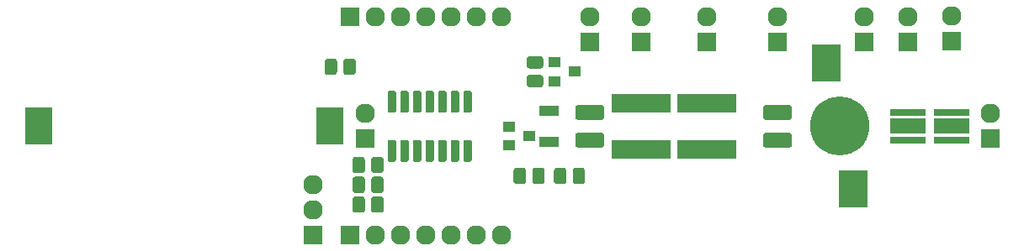
<source format=gbr>
G04 #@! TF.GenerationSoftware,KiCad,Pcbnew,(5.1.2)-2*
G04 #@! TF.CreationDate,2020-04-06T22:20:43-04:00*
G04 #@! TF.ProjectId,led_everled,6c65645f-6576-4657-926c-65642e6b6963,rev?*
G04 #@! TF.SameCoordinates,Original*
G04 #@! TF.FileFunction,Soldermask,Top*
G04 #@! TF.FilePolarity,Negative*
%FSLAX46Y46*%
G04 Gerber Fmt 4.6, Leading zero omitted, Abs format (unit mm)*
G04 Created by KiCad (PCBNEW (5.1.2)-2) date 2020-04-06 22:20:43*
%MOMM*%
%LPD*%
G04 APERTURE LIST*
%ADD10R,2.960000X3.760000*%
%ADD11C,5.960000*%
%ADD12C,0.100000*%
%ADD13C,1.510000*%
%ADD14R,3.560000X0.760000*%
%ADD15R,3.560000X1.560000*%
%ADD16O,1.960000X1.960000*%
%ADD17R,1.960000X1.960000*%
%ADD18R,5.960000X1.860000*%
%ADD19R,1.160000X1.060000*%
%ADD20C,1.235000*%
%ADD21R,2.800000X3.770000*%
%ADD22R,0.510000X1.010000*%
%ADD23C,0.860000*%
G04 APERTURE END LIST*
D10*
X134950000Y-80650000D03*
X137650000Y-93350000D03*
D11*
X136300000Y-87000000D03*
D12*
G36*
X131182601Y-87646454D02*
G01*
X131211917Y-87650803D01*
X131240666Y-87658004D01*
X131268570Y-87667988D01*
X131295362Y-87680660D01*
X131320782Y-87695896D01*
X131344587Y-87713551D01*
X131366546Y-87733454D01*
X131386449Y-87755413D01*
X131404104Y-87779218D01*
X131419340Y-87804638D01*
X131432012Y-87831430D01*
X131441996Y-87859334D01*
X131449197Y-87888083D01*
X131453546Y-87917399D01*
X131455000Y-87947000D01*
X131455000Y-88853000D01*
X131453546Y-88882601D01*
X131449197Y-88911917D01*
X131441996Y-88940666D01*
X131432012Y-88968570D01*
X131419340Y-88995362D01*
X131404104Y-89020782D01*
X131386449Y-89044587D01*
X131366546Y-89066546D01*
X131344587Y-89086449D01*
X131320782Y-89104104D01*
X131295362Y-89119340D01*
X131268570Y-89132012D01*
X131240666Y-89141996D01*
X131211917Y-89149197D01*
X131182601Y-89153546D01*
X131153000Y-89155000D01*
X128847000Y-89155000D01*
X128817399Y-89153546D01*
X128788083Y-89149197D01*
X128759334Y-89141996D01*
X128731430Y-89132012D01*
X128704638Y-89119340D01*
X128679218Y-89104104D01*
X128655413Y-89086449D01*
X128633454Y-89066546D01*
X128613551Y-89044587D01*
X128595896Y-89020782D01*
X128580660Y-88995362D01*
X128567988Y-88968570D01*
X128558004Y-88940666D01*
X128550803Y-88911917D01*
X128546454Y-88882601D01*
X128545000Y-88853000D01*
X128545000Y-87947000D01*
X128546454Y-87917399D01*
X128550803Y-87888083D01*
X128558004Y-87859334D01*
X128567988Y-87831430D01*
X128580660Y-87804638D01*
X128595896Y-87779218D01*
X128613551Y-87755413D01*
X128633454Y-87733454D01*
X128655413Y-87713551D01*
X128679218Y-87695896D01*
X128704638Y-87680660D01*
X128731430Y-87667988D01*
X128759334Y-87658004D01*
X128788083Y-87650803D01*
X128817399Y-87646454D01*
X128847000Y-87645000D01*
X131153000Y-87645000D01*
X131182601Y-87646454D01*
X131182601Y-87646454D01*
G37*
D13*
X130000000Y-88400000D03*
D12*
G36*
X131182601Y-84846454D02*
G01*
X131211917Y-84850803D01*
X131240666Y-84858004D01*
X131268570Y-84867988D01*
X131295362Y-84880660D01*
X131320782Y-84895896D01*
X131344587Y-84913551D01*
X131366546Y-84933454D01*
X131386449Y-84955413D01*
X131404104Y-84979218D01*
X131419340Y-85004638D01*
X131432012Y-85031430D01*
X131441996Y-85059334D01*
X131449197Y-85088083D01*
X131453546Y-85117399D01*
X131455000Y-85147000D01*
X131455000Y-86053000D01*
X131453546Y-86082601D01*
X131449197Y-86111917D01*
X131441996Y-86140666D01*
X131432012Y-86168570D01*
X131419340Y-86195362D01*
X131404104Y-86220782D01*
X131386449Y-86244587D01*
X131366546Y-86266546D01*
X131344587Y-86286449D01*
X131320782Y-86304104D01*
X131295362Y-86319340D01*
X131268570Y-86332012D01*
X131240666Y-86341996D01*
X131211917Y-86349197D01*
X131182601Y-86353546D01*
X131153000Y-86355000D01*
X128847000Y-86355000D01*
X128817399Y-86353546D01*
X128788083Y-86349197D01*
X128759334Y-86341996D01*
X128731430Y-86332012D01*
X128704638Y-86319340D01*
X128679218Y-86304104D01*
X128655413Y-86286449D01*
X128633454Y-86266546D01*
X128613551Y-86244587D01*
X128595896Y-86220782D01*
X128580660Y-86195362D01*
X128567988Y-86168570D01*
X128558004Y-86140666D01*
X128550803Y-86111917D01*
X128546454Y-86082601D01*
X128545000Y-86053000D01*
X128545000Y-85147000D01*
X128546454Y-85117399D01*
X128550803Y-85088083D01*
X128558004Y-85059334D01*
X128567988Y-85031430D01*
X128580660Y-85004638D01*
X128595896Y-84979218D01*
X128613551Y-84955413D01*
X128633454Y-84933454D01*
X128655413Y-84913551D01*
X128679218Y-84895896D01*
X128704638Y-84880660D01*
X128731430Y-84867988D01*
X128759334Y-84858004D01*
X128788083Y-84850803D01*
X128817399Y-84846454D01*
X128847000Y-84845000D01*
X131153000Y-84845000D01*
X131182601Y-84846454D01*
X131182601Y-84846454D01*
G37*
D13*
X130000000Y-85600000D03*
D14*
X143100000Y-85600000D03*
X143100000Y-88400000D03*
D15*
X143100000Y-87000000D03*
X147500000Y-87000000D03*
D14*
X147500000Y-88400000D03*
X147500000Y-85600000D03*
D16*
X138700000Y-75960000D03*
D17*
X138700000Y-78500000D03*
D16*
X130000000Y-75960000D03*
D17*
X130000000Y-78500000D03*
X143100000Y-78500000D03*
D16*
X143100000Y-75960000D03*
D17*
X147500000Y-78400000D03*
D16*
X147500000Y-75860000D03*
D17*
X111100000Y-78500000D03*
D16*
X111100000Y-75960000D03*
X116300000Y-75960000D03*
D17*
X116300000Y-78500000D03*
X122900000Y-78500000D03*
D16*
X122900000Y-75960000D03*
D18*
X122900000Y-89350000D03*
X122900000Y-84650000D03*
D12*
G36*
X112282601Y-87646454D02*
G01*
X112311917Y-87650803D01*
X112340666Y-87658004D01*
X112368570Y-87667988D01*
X112395362Y-87680660D01*
X112420782Y-87695896D01*
X112444587Y-87713551D01*
X112466546Y-87733454D01*
X112486449Y-87755413D01*
X112504104Y-87779218D01*
X112519340Y-87804638D01*
X112532012Y-87831430D01*
X112541996Y-87859334D01*
X112549197Y-87888083D01*
X112553546Y-87917399D01*
X112555000Y-87947000D01*
X112555000Y-88853000D01*
X112553546Y-88882601D01*
X112549197Y-88911917D01*
X112541996Y-88940666D01*
X112532012Y-88968570D01*
X112519340Y-88995362D01*
X112504104Y-89020782D01*
X112486449Y-89044587D01*
X112466546Y-89066546D01*
X112444587Y-89086449D01*
X112420782Y-89104104D01*
X112395362Y-89119340D01*
X112368570Y-89132012D01*
X112340666Y-89141996D01*
X112311917Y-89149197D01*
X112282601Y-89153546D01*
X112253000Y-89155000D01*
X109947000Y-89155000D01*
X109917399Y-89153546D01*
X109888083Y-89149197D01*
X109859334Y-89141996D01*
X109831430Y-89132012D01*
X109804638Y-89119340D01*
X109779218Y-89104104D01*
X109755413Y-89086449D01*
X109733454Y-89066546D01*
X109713551Y-89044587D01*
X109695896Y-89020782D01*
X109680660Y-88995362D01*
X109667988Y-88968570D01*
X109658004Y-88940666D01*
X109650803Y-88911917D01*
X109646454Y-88882601D01*
X109645000Y-88853000D01*
X109645000Y-87947000D01*
X109646454Y-87917399D01*
X109650803Y-87888083D01*
X109658004Y-87859334D01*
X109667988Y-87831430D01*
X109680660Y-87804638D01*
X109695896Y-87779218D01*
X109713551Y-87755413D01*
X109733454Y-87733454D01*
X109755413Y-87713551D01*
X109779218Y-87695896D01*
X109804638Y-87680660D01*
X109831430Y-87667988D01*
X109859334Y-87658004D01*
X109888083Y-87650803D01*
X109917399Y-87646454D01*
X109947000Y-87645000D01*
X112253000Y-87645000D01*
X112282601Y-87646454D01*
X112282601Y-87646454D01*
G37*
D13*
X111100000Y-88400000D03*
D12*
G36*
X112282601Y-84846454D02*
G01*
X112311917Y-84850803D01*
X112340666Y-84858004D01*
X112368570Y-84867988D01*
X112395362Y-84880660D01*
X112420782Y-84895896D01*
X112444587Y-84913551D01*
X112466546Y-84933454D01*
X112486449Y-84955413D01*
X112504104Y-84979218D01*
X112519340Y-85004638D01*
X112532012Y-85031430D01*
X112541996Y-85059334D01*
X112549197Y-85088083D01*
X112553546Y-85117399D01*
X112555000Y-85147000D01*
X112555000Y-86053000D01*
X112553546Y-86082601D01*
X112549197Y-86111917D01*
X112541996Y-86140666D01*
X112532012Y-86168570D01*
X112519340Y-86195362D01*
X112504104Y-86220782D01*
X112486449Y-86244587D01*
X112466546Y-86266546D01*
X112444587Y-86286449D01*
X112420782Y-86304104D01*
X112395362Y-86319340D01*
X112368570Y-86332012D01*
X112340666Y-86341996D01*
X112311917Y-86349197D01*
X112282601Y-86353546D01*
X112253000Y-86355000D01*
X109947000Y-86355000D01*
X109917399Y-86353546D01*
X109888083Y-86349197D01*
X109859334Y-86341996D01*
X109831430Y-86332012D01*
X109804638Y-86319340D01*
X109779218Y-86304104D01*
X109755413Y-86286449D01*
X109733454Y-86266546D01*
X109713551Y-86244587D01*
X109695896Y-86220782D01*
X109680660Y-86195362D01*
X109667988Y-86168570D01*
X109658004Y-86140666D01*
X109650803Y-86111917D01*
X109646454Y-86082601D01*
X109645000Y-86053000D01*
X109645000Y-85147000D01*
X109646454Y-85117399D01*
X109650803Y-85088083D01*
X109658004Y-85059334D01*
X109667988Y-85031430D01*
X109680660Y-85004638D01*
X109695896Y-84979218D01*
X109713551Y-84955413D01*
X109733454Y-84933454D01*
X109755413Y-84913551D01*
X109779218Y-84895896D01*
X109804638Y-84880660D01*
X109831430Y-84867988D01*
X109859334Y-84858004D01*
X109888083Y-84850803D01*
X109917399Y-84846454D01*
X109947000Y-84845000D01*
X112253000Y-84845000D01*
X112282601Y-84846454D01*
X112282601Y-84846454D01*
G37*
D13*
X111100000Y-85600000D03*
D18*
X116300000Y-84650000D03*
X116300000Y-89350000D03*
D19*
X107600000Y-80550000D03*
X107600000Y-82450000D03*
X109600000Y-81500000D03*
D12*
G36*
X106151513Y-79946487D02*
G01*
X106181484Y-79950933D01*
X106210875Y-79958295D01*
X106239404Y-79968502D01*
X106266794Y-79981457D01*
X106292782Y-79997034D01*
X106317119Y-80015083D01*
X106339569Y-80035431D01*
X106359917Y-80057881D01*
X106377966Y-80082218D01*
X106393543Y-80108206D01*
X106406498Y-80135596D01*
X106416705Y-80164125D01*
X106424067Y-80193516D01*
X106428513Y-80223487D01*
X106430000Y-80253750D01*
X106430000Y-80871250D01*
X106428513Y-80901513D01*
X106424067Y-80931484D01*
X106416705Y-80960875D01*
X106406498Y-80989404D01*
X106393543Y-81016794D01*
X106377966Y-81042782D01*
X106359917Y-81067119D01*
X106339569Y-81089569D01*
X106317119Y-81109917D01*
X106292782Y-81127966D01*
X106266794Y-81143543D01*
X106239404Y-81156498D01*
X106210875Y-81166705D01*
X106181484Y-81174067D01*
X106151513Y-81178513D01*
X106121250Y-81180000D01*
X105078750Y-81180000D01*
X105048487Y-81178513D01*
X105018516Y-81174067D01*
X104989125Y-81166705D01*
X104960596Y-81156498D01*
X104933206Y-81143543D01*
X104907218Y-81127966D01*
X104882881Y-81109917D01*
X104860431Y-81089569D01*
X104840083Y-81067119D01*
X104822034Y-81042782D01*
X104806457Y-81016794D01*
X104793502Y-80989404D01*
X104783295Y-80960875D01*
X104775933Y-80931484D01*
X104771487Y-80901513D01*
X104770000Y-80871250D01*
X104770000Y-80253750D01*
X104771487Y-80223487D01*
X104775933Y-80193516D01*
X104783295Y-80164125D01*
X104793502Y-80135596D01*
X104806457Y-80108206D01*
X104822034Y-80082218D01*
X104840083Y-80057881D01*
X104860431Y-80035431D01*
X104882881Y-80015083D01*
X104907218Y-79997034D01*
X104933206Y-79981457D01*
X104960596Y-79968502D01*
X104989125Y-79958295D01*
X105018516Y-79950933D01*
X105048487Y-79946487D01*
X105078750Y-79945000D01*
X106121250Y-79945000D01*
X106151513Y-79946487D01*
X106151513Y-79946487D01*
G37*
D20*
X105600000Y-80562500D03*
D12*
G36*
X106151513Y-81821487D02*
G01*
X106181484Y-81825933D01*
X106210875Y-81833295D01*
X106239404Y-81843502D01*
X106266794Y-81856457D01*
X106292782Y-81872034D01*
X106317119Y-81890083D01*
X106339569Y-81910431D01*
X106359917Y-81932881D01*
X106377966Y-81957218D01*
X106393543Y-81983206D01*
X106406498Y-82010596D01*
X106416705Y-82039125D01*
X106424067Y-82068516D01*
X106428513Y-82098487D01*
X106430000Y-82128750D01*
X106430000Y-82746250D01*
X106428513Y-82776513D01*
X106424067Y-82806484D01*
X106416705Y-82835875D01*
X106406498Y-82864404D01*
X106393543Y-82891794D01*
X106377966Y-82917782D01*
X106359917Y-82942119D01*
X106339569Y-82964569D01*
X106317119Y-82984917D01*
X106292782Y-83002966D01*
X106266794Y-83018543D01*
X106239404Y-83031498D01*
X106210875Y-83041705D01*
X106181484Y-83049067D01*
X106151513Y-83053513D01*
X106121250Y-83055000D01*
X105078750Y-83055000D01*
X105048487Y-83053513D01*
X105018516Y-83049067D01*
X104989125Y-83041705D01*
X104960596Y-83031498D01*
X104933206Y-83018543D01*
X104907218Y-83002966D01*
X104882881Y-82984917D01*
X104860431Y-82964569D01*
X104840083Y-82942119D01*
X104822034Y-82917782D01*
X104806457Y-82891794D01*
X104793502Y-82864404D01*
X104783295Y-82835875D01*
X104775933Y-82806484D01*
X104771487Y-82776513D01*
X104770000Y-82746250D01*
X104770000Y-82128750D01*
X104771487Y-82098487D01*
X104775933Y-82068516D01*
X104783295Y-82039125D01*
X104793502Y-82010596D01*
X104806457Y-81983206D01*
X104822034Y-81957218D01*
X104840083Y-81932881D01*
X104860431Y-81910431D01*
X104882881Y-81890083D01*
X104907218Y-81872034D01*
X104933206Y-81856457D01*
X104960596Y-81843502D01*
X104989125Y-81833295D01*
X105018516Y-81825933D01*
X105048487Y-81821487D01*
X105078750Y-81820000D01*
X106121250Y-81820000D01*
X106151513Y-81821487D01*
X106151513Y-81821487D01*
G37*
D20*
X105600000Y-82437500D03*
D21*
X84980000Y-87000000D03*
X55620000Y-87000000D03*
D12*
G36*
X106276513Y-91171487D02*
G01*
X106306484Y-91175933D01*
X106335875Y-91183295D01*
X106364404Y-91193502D01*
X106391794Y-91206457D01*
X106417782Y-91222034D01*
X106442119Y-91240083D01*
X106464569Y-91260431D01*
X106484917Y-91282881D01*
X106502966Y-91307218D01*
X106518543Y-91333206D01*
X106531498Y-91360596D01*
X106541705Y-91389125D01*
X106549067Y-91418516D01*
X106553513Y-91448487D01*
X106555000Y-91478750D01*
X106555000Y-92521250D01*
X106553513Y-92551513D01*
X106549067Y-92581484D01*
X106541705Y-92610875D01*
X106531498Y-92639404D01*
X106518543Y-92666794D01*
X106502966Y-92692782D01*
X106484917Y-92717119D01*
X106464569Y-92739569D01*
X106442119Y-92759917D01*
X106417782Y-92777966D01*
X106391794Y-92793543D01*
X106364404Y-92806498D01*
X106335875Y-92816705D01*
X106306484Y-92824067D01*
X106276513Y-92828513D01*
X106246250Y-92830000D01*
X105628750Y-92830000D01*
X105598487Y-92828513D01*
X105568516Y-92824067D01*
X105539125Y-92816705D01*
X105510596Y-92806498D01*
X105483206Y-92793543D01*
X105457218Y-92777966D01*
X105432881Y-92759917D01*
X105410431Y-92739569D01*
X105390083Y-92717119D01*
X105372034Y-92692782D01*
X105356457Y-92666794D01*
X105343502Y-92639404D01*
X105333295Y-92610875D01*
X105325933Y-92581484D01*
X105321487Y-92551513D01*
X105320000Y-92521250D01*
X105320000Y-91478750D01*
X105321487Y-91448487D01*
X105325933Y-91418516D01*
X105333295Y-91389125D01*
X105343502Y-91360596D01*
X105356457Y-91333206D01*
X105372034Y-91307218D01*
X105390083Y-91282881D01*
X105410431Y-91260431D01*
X105432881Y-91240083D01*
X105457218Y-91222034D01*
X105483206Y-91206457D01*
X105510596Y-91193502D01*
X105539125Y-91183295D01*
X105568516Y-91175933D01*
X105598487Y-91171487D01*
X105628750Y-91170000D01*
X106246250Y-91170000D01*
X106276513Y-91171487D01*
X106276513Y-91171487D01*
G37*
D20*
X105937500Y-92000000D03*
D12*
G36*
X104401513Y-91171487D02*
G01*
X104431484Y-91175933D01*
X104460875Y-91183295D01*
X104489404Y-91193502D01*
X104516794Y-91206457D01*
X104542782Y-91222034D01*
X104567119Y-91240083D01*
X104589569Y-91260431D01*
X104609917Y-91282881D01*
X104627966Y-91307218D01*
X104643543Y-91333206D01*
X104656498Y-91360596D01*
X104666705Y-91389125D01*
X104674067Y-91418516D01*
X104678513Y-91448487D01*
X104680000Y-91478750D01*
X104680000Y-92521250D01*
X104678513Y-92551513D01*
X104674067Y-92581484D01*
X104666705Y-92610875D01*
X104656498Y-92639404D01*
X104643543Y-92666794D01*
X104627966Y-92692782D01*
X104609917Y-92717119D01*
X104589569Y-92739569D01*
X104567119Y-92759917D01*
X104542782Y-92777966D01*
X104516794Y-92793543D01*
X104489404Y-92806498D01*
X104460875Y-92816705D01*
X104431484Y-92824067D01*
X104401513Y-92828513D01*
X104371250Y-92830000D01*
X103753750Y-92830000D01*
X103723487Y-92828513D01*
X103693516Y-92824067D01*
X103664125Y-92816705D01*
X103635596Y-92806498D01*
X103608206Y-92793543D01*
X103582218Y-92777966D01*
X103557881Y-92759917D01*
X103535431Y-92739569D01*
X103515083Y-92717119D01*
X103497034Y-92692782D01*
X103481457Y-92666794D01*
X103468502Y-92639404D01*
X103458295Y-92610875D01*
X103450933Y-92581484D01*
X103446487Y-92551513D01*
X103445000Y-92521250D01*
X103445000Y-91478750D01*
X103446487Y-91448487D01*
X103450933Y-91418516D01*
X103458295Y-91389125D01*
X103468502Y-91360596D01*
X103481457Y-91333206D01*
X103497034Y-91307218D01*
X103515083Y-91282881D01*
X103535431Y-91260431D01*
X103557881Y-91240083D01*
X103582218Y-91222034D01*
X103608206Y-91206457D01*
X103635596Y-91193502D01*
X103664125Y-91183295D01*
X103693516Y-91175933D01*
X103723487Y-91171487D01*
X103753750Y-91170000D01*
X104371250Y-91170000D01*
X104401513Y-91171487D01*
X104401513Y-91171487D01*
G37*
D20*
X104062500Y-92000000D03*
D16*
X102240000Y-98000000D03*
X99700000Y-98000000D03*
X97160000Y-98000000D03*
X94620000Y-98000000D03*
X92080000Y-98000000D03*
X89540000Y-98000000D03*
D17*
X87000000Y-98000000D03*
X87000000Y-76000000D03*
D16*
X89540000Y-76000000D03*
X92080000Y-76000000D03*
X94620000Y-76000000D03*
X97160000Y-76000000D03*
X99700000Y-76000000D03*
X102240000Y-76000000D03*
D17*
X88500000Y-88200000D03*
D16*
X88500000Y-85660000D03*
D19*
X103000000Y-87050000D03*
X103000000Y-88950000D03*
X105000000Y-88000000D03*
D12*
G36*
X108464013Y-91171487D02*
G01*
X108493984Y-91175933D01*
X108523375Y-91183295D01*
X108551904Y-91193502D01*
X108579294Y-91206457D01*
X108605282Y-91222034D01*
X108629619Y-91240083D01*
X108652069Y-91260431D01*
X108672417Y-91282881D01*
X108690466Y-91307218D01*
X108706043Y-91333206D01*
X108718998Y-91360596D01*
X108729205Y-91389125D01*
X108736567Y-91418516D01*
X108741013Y-91448487D01*
X108742500Y-91478750D01*
X108742500Y-92521250D01*
X108741013Y-92551513D01*
X108736567Y-92581484D01*
X108729205Y-92610875D01*
X108718998Y-92639404D01*
X108706043Y-92666794D01*
X108690466Y-92692782D01*
X108672417Y-92717119D01*
X108652069Y-92739569D01*
X108629619Y-92759917D01*
X108605282Y-92777966D01*
X108579294Y-92793543D01*
X108551904Y-92806498D01*
X108523375Y-92816705D01*
X108493984Y-92824067D01*
X108464013Y-92828513D01*
X108433750Y-92830000D01*
X107816250Y-92830000D01*
X107785987Y-92828513D01*
X107756016Y-92824067D01*
X107726625Y-92816705D01*
X107698096Y-92806498D01*
X107670706Y-92793543D01*
X107644718Y-92777966D01*
X107620381Y-92759917D01*
X107597931Y-92739569D01*
X107577583Y-92717119D01*
X107559534Y-92692782D01*
X107543957Y-92666794D01*
X107531002Y-92639404D01*
X107520795Y-92610875D01*
X107513433Y-92581484D01*
X107508987Y-92551513D01*
X107507500Y-92521250D01*
X107507500Y-91478750D01*
X107508987Y-91448487D01*
X107513433Y-91418516D01*
X107520795Y-91389125D01*
X107531002Y-91360596D01*
X107543957Y-91333206D01*
X107559534Y-91307218D01*
X107577583Y-91282881D01*
X107597931Y-91260431D01*
X107620381Y-91240083D01*
X107644718Y-91222034D01*
X107670706Y-91206457D01*
X107698096Y-91193502D01*
X107726625Y-91183295D01*
X107756016Y-91175933D01*
X107785987Y-91171487D01*
X107816250Y-91170000D01*
X108433750Y-91170000D01*
X108464013Y-91171487D01*
X108464013Y-91171487D01*
G37*
D20*
X108125000Y-92000000D03*
D12*
G36*
X110339013Y-91171487D02*
G01*
X110368984Y-91175933D01*
X110398375Y-91183295D01*
X110426904Y-91193502D01*
X110454294Y-91206457D01*
X110480282Y-91222034D01*
X110504619Y-91240083D01*
X110527069Y-91260431D01*
X110547417Y-91282881D01*
X110565466Y-91307218D01*
X110581043Y-91333206D01*
X110593998Y-91360596D01*
X110604205Y-91389125D01*
X110611567Y-91418516D01*
X110616013Y-91448487D01*
X110617500Y-91478750D01*
X110617500Y-92521250D01*
X110616013Y-92551513D01*
X110611567Y-92581484D01*
X110604205Y-92610875D01*
X110593998Y-92639404D01*
X110581043Y-92666794D01*
X110565466Y-92692782D01*
X110547417Y-92717119D01*
X110527069Y-92739569D01*
X110504619Y-92759917D01*
X110480282Y-92777966D01*
X110454294Y-92793543D01*
X110426904Y-92806498D01*
X110398375Y-92816705D01*
X110368984Y-92824067D01*
X110339013Y-92828513D01*
X110308750Y-92830000D01*
X109691250Y-92830000D01*
X109660987Y-92828513D01*
X109631016Y-92824067D01*
X109601625Y-92816705D01*
X109573096Y-92806498D01*
X109545706Y-92793543D01*
X109519718Y-92777966D01*
X109495381Y-92759917D01*
X109472931Y-92739569D01*
X109452583Y-92717119D01*
X109434534Y-92692782D01*
X109418957Y-92666794D01*
X109406002Y-92639404D01*
X109395795Y-92610875D01*
X109388433Y-92581484D01*
X109383987Y-92551513D01*
X109382500Y-92521250D01*
X109382500Y-91478750D01*
X109383987Y-91448487D01*
X109388433Y-91418516D01*
X109395795Y-91389125D01*
X109406002Y-91360596D01*
X109418957Y-91333206D01*
X109434534Y-91307218D01*
X109452583Y-91282881D01*
X109472931Y-91260431D01*
X109495381Y-91240083D01*
X109519718Y-91222034D01*
X109545706Y-91206457D01*
X109573096Y-91193502D01*
X109601625Y-91183295D01*
X109631016Y-91175933D01*
X109660987Y-91171487D01*
X109691250Y-91170000D01*
X110308750Y-91170000D01*
X110339013Y-91171487D01*
X110339013Y-91171487D01*
G37*
D20*
X110000000Y-92000000D03*
D12*
G36*
X90076513Y-90071487D02*
G01*
X90106484Y-90075933D01*
X90135875Y-90083295D01*
X90164404Y-90093502D01*
X90191794Y-90106457D01*
X90217782Y-90122034D01*
X90242119Y-90140083D01*
X90264569Y-90160431D01*
X90284917Y-90182881D01*
X90302966Y-90207218D01*
X90318543Y-90233206D01*
X90331498Y-90260596D01*
X90341705Y-90289125D01*
X90349067Y-90318516D01*
X90353513Y-90348487D01*
X90355000Y-90378750D01*
X90355000Y-91421250D01*
X90353513Y-91451513D01*
X90349067Y-91481484D01*
X90341705Y-91510875D01*
X90331498Y-91539404D01*
X90318543Y-91566794D01*
X90302966Y-91592782D01*
X90284917Y-91617119D01*
X90264569Y-91639569D01*
X90242119Y-91659917D01*
X90217782Y-91677966D01*
X90191794Y-91693543D01*
X90164404Y-91706498D01*
X90135875Y-91716705D01*
X90106484Y-91724067D01*
X90076513Y-91728513D01*
X90046250Y-91730000D01*
X89428750Y-91730000D01*
X89398487Y-91728513D01*
X89368516Y-91724067D01*
X89339125Y-91716705D01*
X89310596Y-91706498D01*
X89283206Y-91693543D01*
X89257218Y-91677966D01*
X89232881Y-91659917D01*
X89210431Y-91639569D01*
X89190083Y-91617119D01*
X89172034Y-91592782D01*
X89156457Y-91566794D01*
X89143502Y-91539404D01*
X89133295Y-91510875D01*
X89125933Y-91481484D01*
X89121487Y-91451513D01*
X89120000Y-91421250D01*
X89120000Y-90378750D01*
X89121487Y-90348487D01*
X89125933Y-90318516D01*
X89133295Y-90289125D01*
X89143502Y-90260596D01*
X89156457Y-90233206D01*
X89172034Y-90207218D01*
X89190083Y-90182881D01*
X89210431Y-90160431D01*
X89232881Y-90140083D01*
X89257218Y-90122034D01*
X89283206Y-90106457D01*
X89310596Y-90093502D01*
X89339125Y-90083295D01*
X89368516Y-90075933D01*
X89398487Y-90071487D01*
X89428750Y-90070000D01*
X90046250Y-90070000D01*
X90076513Y-90071487D01*
X90076513Y-90071487D01*
G37*
D20*
X89737500Y-90900000D03*
D12*
G36*
X88201513Y-90071487D02*
G01*
X88231484Y-90075933D01*
X88260875Y-90083295D01*
X88289404Y-90093502D01*
X88316794Y-90106457D01*
X88342782Y-90122034D01*
X88367119Y-90140083D01*
X88389569Y-90160431D01*
X88409917Y-90182881D01*
X88427966Y-90207218D01*
X88443543Y-90233206D01*
X88456498Y-90260596D01*
X88466705Y-90289125D01*
X88474067Y-90318516D01*
X88478513Y-90348487D01*
X88480000Y-90378750D01*
X88480000Y-91421250D01*
X88478513Y-91451513D01*
X88474067Y-91481484D01*
X88466705Y-91510875D01*
X88456498Y-91539404D01*
X88443543Y-91566794D01*
X88427966Y-91592782D01*
X88409917Y-91617119D01*
X88389569Y-91639569D01*
X88367119Y-91659917D01*
X88342782Y-91677966D01*
X88316794Y-91693543D01*
X88289404Y-91706498D01*
X88260875Y-91716705D01*
X88231484Y-91724067D01*
X88201513Y-91728513D01*
X88171250Y-91730000D01*
X87553750Y-91730000D01*
X87523487Y-91728513D01*
X87493516Y-91724067D01*
X87464125Y-91716705D01*
X87435596Y-91706498D01*
X87408206Y-91693543D01*
X87382218Y-91677966D01*
X87357881Y-91659917D01*
X87335431Y-91639569D01*
X87315083Y-91617119D01*
X87297034Y-91592782D01*
X87281457Y-91566794D01*
X87268502Y-91539404D01*
X87258295Y-91510875D01*
X87250933Y-91481484D01*
X87246487Y-91451513D01*
X87245000Y-91421250D01*
X87245000Y-90378750D01*
X87246487Y-90348487D01*
X87250933Y-90318516D01*
X87258295Y-90289125D01*
X87268502Y-90260596D01*
X87281457Y-90233206D01*
X87297034Y-90207218D01*
X87315083Y-90182881D01*
X87335431Y-90160431D01*
X87357881Y-90140083D01*
X87382218Y-90122034D01*
X87408206Y-90106457D01*
X87435596Y-90093502D01*
X87464125Y-90083295D01*
X87493516Y-90075933D01*
X87523487Y-90071487D01*
X87553750Y-90070000D01*
X88171250Y-90070000D01*
X88201513Y-90071487D01*
X88201513Y-90071487D01*
G37*
D20*
X87862500Y-90900000D03*
D22*
X107750000Y-85450000D03*
X107250000Y-85450000D03*
X106750000Y-85450000D03*
X106250000Y-85450000D03*
X106250000Y-88550000D03*
X106750000Y-88550000D03*
X107250000Y-88550000D03*
X107750000Y-88550000D03*
D12*
G36*
X91426074Y-88371035D02*
G01*
X91446944Y-88374131D01*
X91467411Y-88379258D01*
X91487277Y-88386366D01*
X91506350Y-88395387D01*
X91524448Y-88406234D01*
X91541395Y-88418803D01*
X91557028Y-88432972D01*
X91571197Y-88448605D01*
X91583766Y-88465552D01*
X91594613Y-88483650D01*
X91603634Y-88502723D01*
X91610742Y-88522589D01*
X91615869Y-88543056D01*
X91618965Y-88563926D01*
X91620000Y-88585000D01*
X91620000Y-90365000D01*
X91618965Y-90386074D01*
X91615869Y-90406944D01*
X91610742Y-90427411D01*
X91603634Y-90447277D01*
X91594613Y-90466350D01*
X91583766Y-90484448D01*
X91571197Y-90501395D01*
X91557028Y-90517028D01*
X91541395Y-90531197D01*
X91524448Y-90543766D01*
X91506350Y-90554613D01*
X91487277Y-90563634D01*
X91467411Y-90570742D01*
X91446944Y-90575869D01*
X91426074Y-90578965D01*
X91405000Y-90580000D01*
X90975000Y-90580000D01*
X90953926Y-90578965D01*
X90933056Y-90575869D01*
X90912589Y-90570742D01*
X90892723Y-90563634D01*
X90873650Y-90554613D01*
X90855552Y-90543766D01*
X90838605Y-90531197D01*
X90822972Y-90517028D01*
X90808803Y-90501395D01*
X90796234Y-90484448D01*
X90785387Y-90466350D01*
X90776366Y-90447277D01*
X90769258Y-90427411D01*
X90764131Y-90406944D01*
X90761035Y-90386074D01*
X90760000Y-90365000D01*
X90760000Y-88585000D01*
X90761035Y-88563926D01*
X90764131Y-88543056D01*
X90769258Y-88522589D01*
X90776366Y-88502723D01*
X90785387Y-88483650D01*
X90796234Y-88465552D01*
X90808803Y-88448605D01*
X90822972Y-88432972D01*
X90838605Y-88418803D01*
X90855552Y-88406234D01*
X90873650Y-88395387D01*
X90892723Y-88386366D01*
X90912589Y-88379258D01*
X90933056Y-88374131D01*
X90953926Y-88371035D01*
X90975000Y-88370000D01*
X91405000Y-88370000D01*
X91426074Y-88371035D01*
X91426074Y-88371035D01*
G37*
D23*
X91190000Y-89475000D03*
D12*
G36*
X92696074Y-88371035D02*
G01*
X92716944Y-88374131D01*
X92737411Y-88379258D01*
X92757277Y-88386366D01*
X92776350Y-88395387D01*
X92794448Y-88406234D01*
X92811395Y-88418803D01*
X92827028Y-88432972D01*
X92841197Y-88448605D01*
X92853766Y-88465552D01*
X92864613Y-88483650D01*
X92873634Y-88502723D01*
X92880742Y-88522589D01*
X92885869Y-88543056D01*
X92888965Y-88563926D01*
X92890000Y-88585000D01*
X92890000Y-90365000D01*
X92888965Y-90386074D01*
X92885869Y-90406944D01*
X92880742Y-90427411D01*
X92873634Y-90447277D01*
X92864613Y-90466350D01*
X92853766Y-90484448D01*
X92841197Y-90501395D01*
X92827028Y-90517028D01*
X92811395Y-90531197D01*
X92794448Y-90543766D01*
X92776350Y-90554613D01*
X92757277Y-90563634D01*
X92737411Y-90570742D01*
X92716944Y-90575869D01*
X92696074Y-90578965D01*
X92675000Y-90580000D01*
X92245000Y-90580000D01*
X92223926Y-90578965D01*
X92203056Y-90575869D01*
X92182589Y-90570742D01*
X92162723Y-90563634D01*
X92143650Y-90554613D01*
X92125552Y-90543766D01*
X92108605Y-90531197D01*
X92092972Y-90517028D01*
X92078803Y-90501395D01*
X92066234Y-90484448D01*
X92055387Y-90466350D01*
X92046366Y-90447277D01*
X92039258Y-90427411D01*
X92034131Y-90406944D01*
X92031035Y-90386074D01*
X92030000Y-90365000D01*
X92030000Y-88585000D01*
X92031035Y-88563926D01*
X92034131Y-88543056D01*
X92039258Y-88522589D01*
X92046366Y-88502723D01*
X92055387Y-88483650D01*
X92066234Y-88465552D01*
X92078803Y-88448605D01*
X92092972Y-88432972D01*
X92108605Y-88418803D01*
X92125552Y-88406234D01*
X92143650Y-88395387D01*
X92162723Y-88386366D01*
X92182589Y-88379258D01*
X92203056Y-88374131D01*
X92223926Y-88371035D01*
X92245000Y-88370000D01*
X92675000Y-88370000D01*
X92696074Y-88371035D01*
X92696074Y-88371035D01*
G37*
D23*
X92460000Y-89475000D03*
D12*
G36*
X93966074Y-88371035D02*
G01*
X93986944Y-88374131D01*
X94007411Y-88379258D01*
X94027277Y-88386366D01*
X94046350Y-88395387D01*
X94064448Y-88406234D01*
X94081395Y-88418803D01*
X94097028Y-88432972D01*
X94111197Y-88448605D01*
X94123766Y-88465552D01*
X94134613Y-88483650D01*
X94143634Y-88502723D01*
X94150742Y-88522589D01*
X94155869Y-88543056D01*
X94158965Y-88563926D01*
X94160000Y-88585000D01*
X94160000Y-90365000D01*
X94158965Y-90386074D01*
X94155869Y-90406944D01*
X94150742Y-90427411D01*
X94143634Y-90447277D01*
X94134613Y-90466350D01*
X94123766Y-90484448D01*
X94111197Y-90501395D01*
X94097028Y-90517028D01*
X94081395Y-90531197D01*
X94064448Y-90543766D01*
X94046350Y-90554613D01*
X94027277Y-90563634D01*
X94007411Y-90570742D01*
X93986944Y-90575869D01*
X93966074Y-90578965D01*
X93945000Y-90580000D01*
X93515000Y-90580000D01*
X93493926Y-90578965D01*
X93473056Y-90575869D01*
X93452589Y-90570742D01*
X93432723Y-90563634D01*
X93413650Y-90554613D01*
X93395552Y-90543766D01*
X93378605Y-90531197D01*
X93362972Y-90517028D01*
X93348803Y-90501395D01*
X93336234Y-90484448D01*
X93325387Y-90466350D01*
X93316366Y-90447277D01*
X93309258Y-90427411D01*
X93304131Y-90406944D01*
X93301035Y-90386074D01*
X93300000Y-90365000D01*
X93300000Y-88585000D01*
X93301035Y-88563926D01*
X93304131Y-88543056D01*
X93309258Y-88522589D01*
X93316366Y-88502723D01*
X93325387Y-88483650D01*
X93336234Y-88465552D01*
X93348803Y-88448605D01*
X93362972Y-88432972D01*
X93378605Y-88418803D01*
X93395552Y-88406234D01*
X93413650Y-88395387D01*
X93432723Y-88386366D01*
X93452589Y-88379258D01*
X93473056Y-88374131D01*
X93493926Y-88371035D01*
X93515000Y-88370000D01*
X93945000Y-88370000D01*
X93966074Y-88371035D01*
X93966074Y-88371035D01*
G37*
D23*
X93730000Y-89475000D03*
D12*
G36*
X95236074Y-88371035D02*
G01*
X95256944Y-88374131D01*
X95277411Y-88379258D01*
X95297277Y-88386366D01*
X95316350Y-88395387D01*
X95334448Y-88406234D01*
X95351395Y-88418803D01*
X95367028Y-88432972D01*
X95381197Y-88448605D01*
X95393766Y-88465552D01*
X95404613Y-88483650D01*
X95413634Y-88502723D01*
X95420742Y-88522589D01*
X95425869Y-88543056D01*
X95428965Y-88563926D01*
X95430000Y-88585000D01*
X95430000Y-90365000D01*
X95428965Y-90386074D01*
X95425869Y-90406944D01*
X95420742Y-90427411D01*
X95413634Y-90447277D01*
X95404613Y-90466350D01*
X95393766Y-90484448D01*
X95381197Y-90501395D01*
X95367028Y-90517028D01*
X95351395Y-90531197D01*
X95334448Y-90543766D01*
X95316350Y-90554613D01*
X95297277Y-90563634D01*
X95277411Y-90570742D01*
X95256944Y-90575869D01*
X95236074Y-90578965D01*
X95215000Y-90580000D01*
X94785000Y-90580000D01*
X94763926Y-90578965D01*
X94743056Y-90575869D01*
X94722589Y-90570742D01*
X94702723Y-90563634D01*
X94683650Y-90554613D01*
X94665552Y-90543766D01*
X94648605Y-90531197D01*
X94632972Y-90517028D01*
X94618803Y-90501395D01*
X94606234Y-90484448D01*
X94595387Y-90466350D01*
X94586366Y-90447277D01*
X94579258Y-90427411D01*
X94574131Y-90406944D01*
X94571035Y-90386074D01*
X94570000Y-90365000D01*
X94570000Y-88585000D01*
X94571035Y-88563926D01*
X94574131Y-88543056D01*
X94579258Y-88522589D01*
X94586366Y-88502723D01*
X94595387Y-88483650D01*
X94606234Y-88465552D01*
X94618803Y-88448605D01*
X94632972Y-88432972D01*
X94648605Y-88418803D01*
X94665552Y-88406234D01*
X94683650Y-88395387D01*
X94702723Y-88386366D01*
X94722589Y-88379258D01*
X94743056Y-88374131D01*
X94763926Y-88371035D01*
X94785000Y-88370000D01*
X95215000Y-88370000D01*
X95236074Y-88371035D01*
X95236074Y-88371035D01*
G37*
D23*
X95000000Y-89475000D03*
D12*
G36*
X96506074Y-88371035D02*
G01*
X96526944Y-88374131D01*
X96547411Y-88379258D01*
X96567277Y-88386366D01*
X96586350Y-88395387D01*
X96604448Y-88406234D01*
X96621395Y-88418803D01*
X96637028Y-88432972D01*
X96651197Y-88448605D01*
X96663766Y-88465552D01*
X96674613Y-88483650D01*
X96683634Y-88502723D01*
X96690742Y-88522589D01*
X96695869Y-88543056D01*
X96698965Y-88563926D01*
X96700000Y-88585000D01*
X96700000Y-90365000D01*
X96698965Y-90386074D01*
X96695869Y-90406944D01*
X96690742Y-90427411D01*
X96683634Y-90447277D01*
X96674613Y-90466350D01*
X96663766Y-90484448D01*
X96651197Y-90501395D01*
X96637028Y-90517028D01*
X96621395Y-90531197D01*
X96604448Y-90543766D01*
X96586350Y-90554613D01*
X96567277Y-90563634D01*
X96547411Y-90570742D01*
X96526944Y-90575869D01*
X96506074Y-90578965D01*
X96485000Y-90580000D01*
X96055000Y-90580000D01*
X96033926Y-90578965D01*
X96013056Y-90575869D01*
X95992589Y-90570742D01*
X95972723Y-90563634D01*
X95953650Y-90554613D01*
X95935552Y-90543766D01*
X95918605Y-90531197D01*
X95902972Y-90517028D01*
X95888803Y-90501395D01*
X95876234Y-90484448D01*
X95865387Y-90466350D01*
X95856366Y-90447277D01*
X95849258Y-90427411D01*
X95844131Y-90406944D01*
X95841035Y-90386074D01*
X95840000Y-90365000D01*
X95840000Y-88585000D01*
X95841035Y-88563926D01*
X95844131Y-88543056D01*
X95849258Y-88522589D01*
X95856366Y-88502723D01*
X95865387Y-88483650D01*
X95876234Y-88465552D01*
X95888803Y-88448605D01*
X95902972Y-88432972D01*
X95918605Y-88418803D01*
X95935552Y-88406234D01*
X95953650Y-88395387D01*
X95972723Y-88386366D01*
X95992589Y-88379258D01*
X96013056Y-88374131D01*
X96033926Y-88371035D01*
X96055000Y-88370000D01*
X96485000Y-88370000D01*
X96506074Y-88371035D01*
X96506074Y-88371035D01*
G37*
D23*
X96270000Y-89475000D03*
D12*
G36*
X97776074Y-88371035D02*
G01*
X97796944Y-88374131D01*
X97817411Y-88379258D01*
X97837277Y-88386366D01*
X97856350Y-88395387D01*
X97874448Y-88406234D01*
X97891395Y-88418803D01*
X97907028Y-88432972D01*
X97921197Y-88448605D01*
X97933766Y-88465552D01*
X97944613Y-88483650D01*
X97953634Y-88502723D01*
X97960742Y-88522589D01*
X97965869Y-88543056D01*
X97968965Y-88563926D01*
X97970000Y-88585000D01*
X97970000Y-90365000D01*
X97968965Y-90386074D01*
X97965869Y-90406944D01*
X97960742Y-90427411D01*
X97953634Y-90447277D01*
X97944613Y-90466350D01*
X97933766Y-90484448D01*
X97921197Y-90501395D01*
X97907028Y-90517028D01*
X97891395Y-90531197D01*
X97874448Y-90543766D01*
X97856350Y-90554613D01*
X97837277Y-90563634D01*
X97817411Y-90570742D01*
X97796944Y-90575869D01*
X97776074Y-90578965D01*
X97755000Y-90580000D01*
X97325000Y-90580000D01*
X97303926Y-90578965D01*
X97283056Y-90575869D01*
X97262589Y-90570742D01*
X97242723Y-90563634D01*
X97223650Y-90554613D01*
X97205552Y-90543766D01*
X97188605Y-90531197D01*
X97172972Y-90517028D01*
X97158803Y-90501395D01*
X97146234Y-90484448D01*
X97135387Y-90466350D01*
X97126366Y-90447277D01*
X97119258Y-90427411D01*
X97114131Y-90406944D01*
X97111035Y-90386074D01*
X97110000Y-90365000D01*
X97110000Y-88585000D01*
X97111035Y-88563926D01*
X97114131Y-88543056D01*
X97119258Y-88522589D01*
X97126366Y-88502723D01*
X97135387Y-88483650D01*
X97146234Y-88465552D01*
X97158803Y-88448605D01*
X97172972Y-88432972D01*
X97188605Y-88418803D01*
X97205552Y-88406234D01*
X97223650Y-88395387D01*
X97242723Y-88386366D01*
X97262589Y-88379258D01*
X97283056Y-88374131D01*
X97303926Y-88371035D01*
X97325000Y-88370000D01*
X97755000Y-88370000D01*
X97776074Y-88371035D01*
X97776074Y-88371035D01*
G37*
D23*
X97540000Y-89475000D03*
D12*
G36*
X99046074Y-88371035D02*
G01*
X99066944Y-88374131D01*
X99087411Y-88379258D01*
X99107277Y-88386366D01*
X99126350Y-88395387D01*
X99144448Y-88406234D01*
X99161395Y-88418803D01*
X99177028Y-88432972D01*
X99191197Y-88448605D01*
X99203766Y-88465552D01*
X99214613Y-88483650D01*
X99223634Y-88502723D01*
X99230742Y-88522589D01*
X99235869Y-88543056D01*
X99238965Y-88563926D01*
X99240000Y-88585000D01*
X99240000Y-90365000D01*
X99238965Y-90386074D01*
X99235869Y-90406944D01*
X99230742Y-90427411D01*
X99223634Y-90447277D01*
X99214613Y-90466350D01*
X99203766Y-90484448D01*
X99191197Y-90501395D01*
X99177028Y-90517028D01*
X99161395Y-90531197D01*
X99144448Y-90543766D01*
X99126350Y-90554613D01*
X99107277Y-90563634D01*
X99087411Y-90570742D01*
X99066944Y-90575869D01*
X99046074Y-90578965D01*
X99025000Y-90580000D01*
X98595000Y-90580000D01*
X98573926Y-90578965D01*
X98553056Y-90575869D01*
X98532589Y-90570742D01*
X98512723Y-90563634D01*
X98493650Y-90554613D01*
X98475552Y-90543766D01*
X98458605Y-90531197D01*
X98442972Y-90517028D01*
X98428803Y-90501395D01*
X98416234Y-90484448D01*
X98405387Y-90466350D01*
X98396366Y-90447277D01*
X98389258Y-90427411D01*
X98384131Y-90406944D01*
X98381035Y-90386074D01*
X98380000Y-90365000D01*
X98380000Y-88585000D01*
X98381035Y-88563926D01*
X98384131Y-88543056D01*
X98389258Y-88522589D01*
X98396366Y-88502723D01*
X98405387Y-88483650D01*
X98416234Y-88465552D01*
X98428803Y-88448605D01*
X98442972Y-88432972D01*
X98458605Y-88418803D01*
X98475552Y-88406234D01*
X98493650Y-88395387D01*
X98512723Y-88386366D01*
X98532589Y-88379258D01*
X98553056Y-88374131D01*
X98573926Y-88371035D01*
X98595000Y-88370000D01*
X99025000Y-88370000D01*
X99046074Y-88371035D01*
X99046074Y-88371035D01*
G37*
D23*
X98810000Y-89475000D03*
D12*
G36*
X99046074Y-83421035D02*
G01*
X99066944Y-83424131D01*
X99087411Y-83429258D01*
X99107277Y-83436366D01*
X99126350Y-83445387D01*
X99144448Y-83456234D01*
X99161395Y-83468803D01*
X99177028Y-83482972D01*
X99191197Y-83498605D01*
X99203766Y-83515552D01*
X99214613Y-83533650D01*
X99223634Y-83552723D01*
X99230742Y-83572589D01*
X99235869Y-83593056D01*
X99238965Y-83613926D01*
X99240000Y-83635000D01*
X99240000Y-85415000D01*
X99238965Y-85436074D01*
X99235869Y-85456944D01*
X99230742Y-85477411D01*
X99223634Y-85497277D01*
X99214613Y-85516350D01*
X99203766Y-85534448D01*
X99191197Y-85551395D01*
X99177028Y-85567028D01*
X99161395Y-85581197D01*
X99144448Y-85593766D01*
X99126350Y-85604613D01*
X99107277Y-85613634D01*
X99087411Y-85620742D01*
X99066944Y-85625869D01*
X99046074Y-85628965D01*
X99025000Y-85630000D01*
X98595000Y-85630000D01*
X98573926Y-85628965D01*
X98553056Y-85625869D01*
X98532589Y-85620742D01*
X98512723Y-85613634D01*
X98493650Y-85604613D01*
X98475552Y-85593766D01*
X98458605Y-85581197D01*
X98442972Y-85567028D01*
X98428803Y-85551395D01*
X98416234Y-85534448D01*
X98405387Y-85516350D01*
X98396366Y-85497277D01*
X98389258Y-85477411D01*
X98384131Y-85456944D01*
X98381035Y-85436074D01*
X98380000Y-85415000D01*
X98380000Y-83635000D01*
X98381035Y-83613926D01*
X98384131Y-83593056D01*
X98389258Y-83572589D01*
X98396366Y-83552723D01*
X98405387Y-83533650D01*
X98416234Y-83515552D01*
X98428803Y-83498605D01*
X98442972Y-83482972D01*
X98458605Y-83468803D01*
X98475552Y-83456234D01*
X98493650Y-83445387D01*
X98512723Y-83436366D01*
X98532589Y-83429258D01*
X98553056Y-83424131D01*
X98573926Y-83421035D01*
X98595000Y-83420000D01*
X99025000Y-83420000D01*
X99046074Y-83421035D01*
X99046074Y-83421035D01*
G37*
D23*
X98810000Y-84525000D03*
D12*
G36*
X97776074Y-83421035D02*
G01*
X97796944Y-83424131D01*
X97817411Y-83429258D01*
X97837277Y-83436366D01*
X97856350Y-83445387D01*
X97874448Y-83456234D01*
X97891395Y-83468803D01*
X97907028Y-83482972D01*
X97921197Y-83498605D01*
X97933766Y-83515552D01*
X97944613Y-83533650D01*
X97953634Y-83552723D01*
X97960742Y-83572589D01*
X97965869Y-83593056D01*
X97968965Y-83613926D01*
X97970000Y-83635000D01*
X97970000Y-85415000D01*
X97968965Y-85436074D01*
X97965869Y-85456944D01*
X97960742Y-85477411D01*
X97953634Y-85497277D01*
X97944613Y-85516350D01*
X97933766Y-85534448D01*
X97921197Y-85551395D01*
X97907028Y-85567028D01*
X97891395Y-85581197D01*
X97874448Y-85593766D01*
X97856350Y-85604613D01*
X97837277Y-85613634D01*
X97817411Y-85620742D01*
X97796944Y-85625869D01*
X97776074Y-85628965D01*
X97755000Y-85630000D01*
X97325000Y-85630000D01*
X97303926Y-85628965D01*
X97283056Y-85625869D01*
X97262589Y-85620742D01*
X97242723Y-85613634D01*
X97223650Y-85604613D01*
X97205552Y-85593766D01*
X97188605Y-85581197D01*
X97172972Y-85567028D01*
X97158803Y-85551395D01*
X97146234Y-85534448D01*
X97135387Y-85516350D01*
X97126366Y-85497277D01*
X97119258Y-85477411D01*
X97114131Y-85456944D01*
X97111035Y-85436074D01*
X97110000Y-85415000D01*
X97110000Y-83635000D01*
X97111035Y-83613926D01*
X97114131Y-83593056D01*
X97119258Y-83572589D01*
X97126366Y-83552723D01*
X97135387Y-83533650D01*
X97146234Y-83515552D01*
X97158803Y-83498605D01*
X97172972Y-83482972D01*
X97188605Y-83468803D01*
X97205552Y-83456234D01*
X97223650Y-83445387D01*
X97242723Y-83436366D01*
X97262589Y-83429258D01*
X97283056Y-83424131D01*
X97303926Y-83421035D01*
X97325000Y-83420000D01*
X97755000Y-83420000D01*
X97776074Y-83421035D01*
X97776074Y-83421035D01*
G37*
D23*
X97540000Y-84525000D03*
D12*
G36*
X96506074Y-83421035D02*
G01*
X96526944Y-83424131D01*
X96547411Y-83429258D01*
X96567277Y-83436366D01*
X96586350Y-83445387D01*
X96604448Y-83456234D01*
X96621395Y-83468803D01*
X96637028Y-83482972D01*
X96651197Y-83498605D01*
X96663766Y-83515552D01*
X96674613Y-83533650D01*
X96683634Y-83552723D01*
X96690742Y-83572589D01*
X96695869Y-83593056D01*
X96698965Y-83613926D01*
X96700000Y-83635000D01*
X96700000Y-85415000D01*
X96698965Y-85436074D01*
X96695869Y-85456944D01*
X96690742Y-85477411D01*
X96683634Y-85497277D01*
X96674613Y-85516350D01*
X96663766Y-85534448D01*
X96651197Y-85551395D01*
X96637028Y-85567028D01*
X96621395Y-85581197D01*
X96604448Y-85593766D01*
X96586350Y-85604613D01*
X96567277Y-85613634D01*
X96547411Y-85620742D01*
X96526944Y-85625869D01*
X96506074Y-85628965D01*
X96485000Y-85630000D01*
X96055000Y-85630000D01*
X96033926Y-85628965D01*
X96013056Y-85625869D01*
X95992589Y-85620742D01*
X95972723Y-85613634D01*
X95953650Y-85604613D01*
X95935552Y-85593766D01*
X95918605Y-85581197D01*
X95902972Y-85567028D01*
X95888803Y-85551395D01*
X95876234Y-85534448D01*
X95865387Y-85516350D01*
X95856366Y-85497277D01*
X95849258Y-85477411D01*
X95844131Y-85456944D01*
X95841035Y-85436074D01*
X95840000Y-85415000D01*
X95840000Y-83635000D01*
X95841035Y-83613926D01*
X95844131Y-83593056D01*
X95849258Y-83572589D01*
X95856366Y-83552723D01*
X95865387Y-83533650D01*
X95876234Y-83515552D01*
X95888803Y-83498605D01*
X95902972Y-83482972D01*
X95918605Y-83468803D01*
X95935552Y-83456234D01*
X95953650Y-83445387D01*
X95972723Y-83436366D01*
X95992589Y-83429258D01*
X96013056Y-83424131D01*
X96033926Y-83421035D01*
X96055000Y-83420000D01*
X96485000Y-83420000D01*
X96506074Y-83421035D01*
X96506074Y-83421035D01*
G37*
D23*
X96270000Y-84525000D03*
D12*
G36*
X95236074Y-83421035D02*
G01*
X95256944Y-83424131D01*
X95277411Y-83429258D01*
X95297277Y-83436366D01*
X95316350Y-83445387D01*
X95334448Y-83456234D01*
X95351395Y-83468803D01*
X95367028Y-83482972D01*
X95381197Y-83498605D01*
X95393766Y-83515552D01*
X95404613Y-83533650D01*
X95413634Y-83552723D01*
X95420742Y-83572589D01*
X95425869Y-83593056D01*
X95428965Y-83613926D01*
X95430000Y-83635000D01*
X95430000Y-85415000D01*
X95428965Y-85436074D01*
X95425869Y-85456944D01*
X95420742Y-85477411D01*
X95413634Y-85497277D01*
X95404613Y-85516350D01*
X95393766Y-85534448D01*
X95381197Y-85551395D01*
X95367028Y-85567028D01*
X95351395Y-85581197D01*
X95334448Y-85593766D01*
X95316350Y-85604613D01*
X95297277Y-85613634D01*
X95277411Y-85620742D01*
X95256944Y-85625869D01*
X95236074Y-85628965D01*
X95215000Y-85630000D01*
X94785000Y-85630000D01*
X94763926Y-85628965D01*
X94743056Y-85625869D01*
X94722589Y-85620742D01*
X94702723Y-85613634D01*
X94683650Y-85604613D01*
X94665552Y-85593766D01*
X94648605Y-85581197D01*
X94632972Y-85567028D01*
X94618803Y-85551395D01*
X94606234Y-85534448D01*
X94595387Y-85516350D01*
X94586366Y-85497277D01*
X94579258Y-85477411D01*
X94574131Y-85456944D01*
X94571035Y-85436074D01*
X94570000Y-85415000D01*
X94570000Y-83635000D01*
X94571035Y-83613926D01*
X94574131Y-83593056D01*
X94579258Y-83572589D01*
X94586366Y-83552723D01*
X94595387Y-83533650D01*
X94606234Y-83515552D01*
X94618803Y-83498605D01*
X94632972Y-83482972D01*
X94648605Y-83468803D01*
X94665552Y-83456234D01*
X94683650Y-83445387D01*
X94702723Y-83436366D01*
X94722589Y-83429258D01*
X94743056Y-83424131D01*
X94763926Y-83421035D01*
X94785000Y-83420000D01*
X95215000Y-83420000D01*
X95236074Y-83421035D01*
X95236074Y-83421035D01*
G37*
D23*
X95000000Y-84525000D03*
D12*
G36*
X93966074Y-83421035D02*
G01*
X93986944Y-83424131D01*
X94007411Y-83429258D01*
X94027277Y-83436366D01*
X94046350Y-83445387D01*
X94064448Y-83456234D01*
X94081395Y-83468803D01*
X94097028Y-83482972D01*
X94111197Y-83498605D01*
X94123766Y-83515552D01*
X94134613Y-83533650D01*
X94143634Y-83552723D01*
X94150742Y-83572589D01*
X94155869Y-83593056D01*
X94158965Y-83613926D01*
X94160000Y-83635000D01*
X94160000Y-85415000D01*
X94158965Y-85436074D01*
X94155869Y-85456944D01*
X94150742Y-85477411D01*
X94143634Y-85497277D01*
X94134613Y-85516350D01*
X94123766Y-85534448D01*
X94111197Y-85551395D01*
X94097028Y-85567028D01*
X94081395Y-85581197D01*
X94064448Y-85593766D01*
X94046350Y-85604613D01*
X94027277Y-85613634D01*
X94007411Y-85620742D01*
X93986944Y-85625869D01*
X93966074Y-85628965D01*
X93945000Y-85630000D01*
X93515000Y-85630000D01*
X93493926Y-85628965D01*
X93473056Y-85625869D01*
X93452589Y-85620742D01*
X93432723Y-85613634D01*
X93413650Y-85604613D01*
X93395552Y-85593766D01*
X93378605Y-85581197D01*
X93362972Y-85567028D01*
X93348803Y-85551395D01*
X93336234Y-85534448D01*
X93325387Y-85516350D01*
X93316366Y-85497277D01*
X93309258Y-85477411D01*
X93304131Y-85456944D01*
X93301035Y-85436074D01*
X93300000Y-85415000D01*
X93300000Y-83635000D01*
X93301035Y-83613926D01*
X93304131Y-83593056D01*
X93309258Y-83572589D01*
X93316366Y-83552723D01*
X93325387Y-83533650D01*
X93336234Y-83515552D01*
X93348803Y-83498605D01*
X93362972Y-83482972D01*
X93378605Y-83468803D01*
X93395552Y-83456234D01*
X93413650Y-83445387D01*
X93432723Y-83436366D01*
X93452589Y-83429258D01*
X93473056Y-83424131D01*
X93493926Y-83421035D01*
X93515000Y-83420000D01*
X93945000Y-83420000D01*
X93966074Y-83421035D01*
X93966074Y-83421035D01*
G37*
D23*
X93730000Y-84525000D03*
D12*
G36*
X92696074Y-83421035D02*
G01*
X92716944Y-83424131D01*
X92737411Y-83429258D01*
X92757277Y-83436366D01*
X92776350Y-83445387D01*
X92794448Y-83456234D01*
X92811395Y-83468803D01*
X92827028Y-83482972D01*
X92841197Y-83498605D01*
X92853766Y-83515552D01*
X92864613Y-83533650D01*
X92873634Y-83552723D01*
X92880742Y-83572589D01*
X92885869Y-83593056D01*
X92888965Y-83613926D01*
X92890000Y-83635000D01*
X92890000Y-85415000D01*
X92888965Y-85436074D01*
X92885869Y-85456944D01*
X92880742Y-85477411D01*
X92873634Y-85497277D01*
X92864613Y-85516350D01*
X92853766Y-85534448D01*
X92841197Y-85551395D01*
X92827028Y-85567028D01*
X92811395Y-85581197D01*
X92794448Y-85593766D01*
X92776350Y-85604613D01*
X92757277Y-85613634D01*
X92737411Y-85620742D01*
X92716944Y-85625869D01*
X92696074Y-85628965D01*
X92675000Y-85630000D01*
X92245000Y-85630000D01*
X92223926Y-85628965D01*
X92203056Y-85625869D01*
X92182589Y-85620742D01*
X92162723Y-85613634D01*
X92143650Y-85604613D01*
X92125552Y-85593766D01*
X92108605Y-85581197D01*
X92092972Y-85567028D01*
X92078803Y-85551395D01*
X92066234Y-85534448D01*
X92055387Y-85516350D01*
X92046366Y-85497277D01*
X92039258Y-85477411D01*
X92034131Y-85456944D01*
X92031035Y-85436074D01*
X92030000Y-85415000D01*
X92030000Y-83635000D01*
X92031035Y-83613926D01*
X92034131Y-83593056D01*
X92039258Y-83572589D01*
X92046366Y-83552723D01*
X92055387Y-83533650D01*
X92066234Y-83515552D01*
X92078803Y-83498605D01*
X92092972Y-83482972D01*
X92108605Y-83468803D01*
X92125552Y-83456234D01*
X92143650Y-83445387D01*
X92162723Y-83436366D01*
X92182589Y-83429258D01*
X92203056Y-83424131D01*
X92223926Y-83421035D01*
X92245000Y-83420000D01*
X92675000Y-83420000D01*
X92696074Y-83421035D01*
X92696074Y-83421035D01*
G37*
D23*
X92460000Y-84525000D03*
D12*
G36*
X91426074Y-83421035D02*
G01*
X91446944Y-83424131D01*
X91467411Y-83429258D01*
X91487277Y-83436366D01*
X91506350Y-83445387D01*
X91524448Y-83456234D01*
X91541395Y-83468803D01*
X91557028Y-83482972D01*
X91571197Y-83498605D01*
X91583766Y-83515552D01*
X91594613Y-83533650D01*
X91603634Y-83552723D01*
X91610742Y-83572589D01*
X91615869Y-83593056D01*
X91618965Y-83613926D01*
X91620000Y-83635000D01*
X91620000Y-85415000D01*
X91618965Y-85436074D01*
X91615869Y-85456944D01*
X91610742Y-85477411D01*
X91603634Y-85497277D01*
X91594613Y-85516350D01*
X91583766Y-85534448D01*
X91571197Y-85551395D01*
X91557028Y-85567028D01*
X91541395Y-85581197D01*
X91524448Y-85593766D01*
X91506350Y-85604613D01*
X91487277Y-85613634D01*
X91467411Y-85620742D01*
X91446944Y-85625869D01*
X91426074Y-85628965D01*
X91405000Y-85630000D01*
X90975000Y-85630000D01*
X90953926Y-85628965D01*
X90933056Y-85625869D01*
X90912589Y-85620742D01*
X90892723Y-85613634D01*
X90873650Y-85604613D01*
X90855552Y-85593766D01*
X90838605Y-85581197D01*
X90822972Y-85567028D01*
X90808803Y-85551395D01*
X90796234Y-85534448D01*
X90785387Y-85516350D01*
X90776366Y-85497277D01*
X90769258Y-85477411D01*
X90764131Y-85456944D01*
X90761035Y-85436074D01*
X90760000Y-85415000D01*
X90760000Y-83635000D01*
X90761035Y-83613926D01*
X90764131Y-83593056D01*
X90769258Y-83572589D01*
X90776366Y-83552723D01*
X90785387Y-83533650D01*
X90796234Y-83515552D01*
X90808803Y-83498605D01*
X90822972Y-83482972D01*
X90838605Y-83468803D01*
X90855552Y-83456234D01*
X90873650Y-83445387D01*
X90892723Y-83436366D01*
X90912589Y-83429258D01*
X90933056Y-83424131D01*
X90953926Y-83421035D01*
X90975000Y-83420000D01*
X91405000Y-83420000D01*
X91426074Y-83421035D01*
X91426074Y-83421035D01*
G37*
D23*
X91190000Y-84525000D03*
D12*
G36*
X90076513Y-92071487D02*
G01*
X90106484Y-92075933D01*
X90135875Y-92083295D01*
X90164404Y-92093502D01*
X90191794Y-92106457D01*
X90217782Y-92122034D01*
X90242119Y-92140083D01*
X90264569Y-92160431D01*
X90284917Y-92182881D01*
X90302966Y-92207218D01*
X90318543Y-92233206D01*
X90331498Y-92260596D01*
X90341705Y-92289125D01*
X90349067Y-92318516D01*
X90353513Y-92348487D01*
X90355000Y-92378750D01*
X90355000Y-93421250D01*
X90353513Y-93451513D01*
X90349067Y-93481484D01*
X90341705Y-93510875D01*
X90331498Y-93539404D01*
X90318543Y-93566794D01*
X90302966Y-93592782D01*
X90284917Y-93617119D01*
X90264569Y-93639569D01*
X90242119Y-93659917D01*
X90217782Y-93677966D01*
X90191794Y-93693543D01*
X90164404Y-93706498D01*
X90135875Y-93716705D01*
X90106484Y-93724067D01*
X90076513Y-93728513D01*
X90046250Y-93730000D01*
X89428750Y-93730000D01*
X89398487Y-93728513D01*
X89368516Y-93724067D01*
X89339125Y-93716705D01*
X89310596Y-93706498D01*
X89283206Y-93693543D01*
X89257218Y-93677966D01*
X89232881Y-93659917D01*
X89210431Y-93639569D01*
X89190083Y-93617119D01*
X89172034Y-93592782D01*
X89156457Y-93566794D01*
X89143502Y-93539404D01*
X89133295Y-93510875D01*
X89125933Y-93481484D01*
X89121487Y-93451513D01*
X89120000Y-93421250D01*
X89120000Y-92378750D01*
X89121487Y-92348487D01*
X89125933Y-92318516D01*
X89133295Y-92289125D01*
X89143502Y-92260596D01*
X89156457Y-92233206D01*
X89172034Y-92207218D01*
X89190083Y-92182881D01*
X89210431Y-92160431D01*
X89232881Y-92140083D01*
X89257218Y-92122034D01*
X89283206Y-92106457D01*
X89310596Y-92093502D01*
X89339125Y-92083295D01*
X89368516Y-92075933D01*
X89398487Y-92071487D01*
X89428750Y-92070000D01*
X90046250Y-92070000D01*
X90076513Y-92071487D01*
X90076513Y-92071487D01*
G37*
D20*
X89737500Y-92900000D03*
D12*
G36*
X88201513Y-92071487D02*
G01*
X88231484Y-92075933D01*
X88260875Y-92083295D01*
X88289404Y-92093502D01*
X88316794Y-92106457D01*
X88342782Y-92122034D01*
X88367119Y-92140083D01*
X88389569Y-92160431D01*
X88409917Y-92182881D01*
X88427966Y-92207218D01*
X88443543Y-92233206D01*
X88456498Y-92260596D01*
X88466705Y-92289125D01*
X88474067Y-92318516D01*
X88478513Y-92348487D01*
X88480000Y-92378750D01*
X88480000Y-93421250D01*
X88478513Y-93451513D01*
X88474067Y-93481484D01*
X88466705Y-93510875D01*
X88456498Y-93539404D01*
X88443543Y-93566794D01*
X88427966Y-93592782D01*
X88409917Y-93617119D01*
X88389569Y-93639569D01*
X88367119Y-93659917D01*
X88342782Y-93677966D01*
X88316794Y-93693543D01*
X88289404Y-93706498D01*
X88260875Y-93716705D01*
X88231484Y-93724067D01*
X88201513Y-93728513D01*
X88171250Y-93730000D01*
X87553750Y-93730000D01*
X87523487Y-93728513D01*
X87493516Y-93724067D01*
X87464125Y-93716705D01*
X87435596Y-93706498D01*
X87408206Y-93693543D01*
X87382218Y-93677966D01*
X87357881Y-93659917D01*
X87335431Y-93639569D01*
X87315083Y-93617119D01*
X87297034Y-93592782D01*
X87281457Y-93566794D01*
X87268502Y-93539404D01*
X87258295Y-93510875D01*
X87250933Y-93481484D01*
X87246487Y-93451513D01*
X87245000Y-93421250D01*
X87245000Y-92378750D01*
X87246487Y-92348487D01*
X87250933Y-92318516D01*
X87258295Y-92289125D01*
X87268502Y-92260596D01*
X87281457Y-92233206D01*
X87297034Y-92207218D01*
X87315083Y-92182881D01*
X87335431Y-92160431D01*
X87357881Y-92140083D01*
X87382218Y-92122034D01*
X87408206Y-92106457D01*
X87435596Y-92093502D01*
X87464125Y-92083295D01*
X87493516Y-92075933D01*
X87523487Y-92071487D01*
X87553750Y-92070000D01*
X88171250Y-92070000D01*
X88201513Y-92071487D01*
X88201513Y-92071487D01*
G37*
D20*
X87862500Y-92900000D03*
D12*
G36*
X88201513Y-94071487D02*
G01*
X88231484Y-94075933D01*
X88260875Y-94083295D01*
X88289404Y-94093502D01*
X88316794Y-94106457D01*
X88342782Y-94122034D01*
X88367119Y-94140083D01*
X88389569Y-94160431D01*
X88409917Y-94182881D01*
X88427966Y-94207218D01*
X88443543Y-94233206D01*
X88456498Y-94260596D01*
X88466705Y-94289125D01*
X88474067Y-94318516D01*
X88478513Y-94348487D01*
X88480000Y-94378750D01*
X88480000Y-95421250D01*
X88478513Y-95451513D01*
X88474067Y-95481484D01*
X88466705Y-95510875D01*
X88456498Y-95539404D01*
X88443543Y-95566794D01*
X88427966Y-95592782D01*
X88409917Y-95617119D01*
X88389569Y-95639569D01*
X88367119Y-95659917D01*
X88342782Y-95677966D01*
X88316794Y-95693543D01*
X88289404Y-95706498D01*
X88260875Y-95716705D01*
X88231484Y-95724067D01*
X88201513Y-95728513D01*
X88171250Y-95730000D01*
X87553750Y-95730000D01*
X87523487Y-95728513D01*
X87493516Y-95724067D01*
X87464125Y-95716705D01*
X87435596Y-95706498D01*
X87408206Y-95693543D01*
X87382218Y-95677966D01*
X87357881Y-95659917D01*
X87335431Y-95639569D01*
X87315083Y-95617119D01*
X87297034Y-95592782D01*
X87281457Y-95566794D01*
X87268502Y-95539404D01*
X87258295Y-95510875D01*
X87250933Y-95481484D01*
X87246487Y-95451513D01*
X87245000Y-95421250D01*
X87245000Y-94378750D01*
X87246487Y-94348487D01*
X87250933Y-94318516D01*
X87258295Y-94289125D01*
X87268502Y-94260596D01*
X87281457Y-94233206D01*
X87297034Y-94207218D01*
X87315083Y-94182881D01*
X87335431Y-94160431D01*
X87357881Y-94140083D01*
X87382218Y-94122034D01*
X87408206Y-94106457D01*
X87435596Y-94093502D01*
X87464125Y-94083295D01*
X87493516Y-94075933D01*
X87523487Y-94071487D01*
X87553750Y-94070000D01*
X88171250Y-94070000D01*
X88201513Y-94071487D01*
X88201513Y-94071487D01*
G37*
D20*
X87862500Y-94900000D03*
D12*
G36*
X90076513Y-94071487D02*
G01*
X90106484Y-94075933D01*
X90135875Y-94083295D01*
X90164404Y-94093502D01*
X90191794Y-94106457D01*
X90217782Y-94122034D01*
X90242119Y-94140083D01*
X90264569Y-94160431D01*
X90284917Y-94182881D01*
X90302966Y-94207218D01*
X90318543Y-94233206D01*
X90331498Y-94260596D01*
X90341705Y-94289125D01*
X90349067Y-94318516D01*
X90353513Y-94348487D01*
X90355000Y-94378750D01*
X90355000Y-95421250D01*
X90353513Y-95451513D01*
X90349067Y-95481484D01*
X90341705Y-95510875D01*
X90331498Y-95539404D01*
X90318543Y-95566794D01*
X90302966Y-95592782D01*
X90284917Y-95617119D01*
X90264569Y-95639569D01*
X90242119Y-95659917D01*
X90217782Y-95677966D01*
X90191794Y-95693543D01*
X90164404Y-95706498D01*
X90135875Y-95716705D01*
X90106484Y-95724067D01*
X90076513Y-95728513D01*
X90046250Y-95730000D01*
X89428750Y-95730000D01*
X89398487Y-95728513D01*
X89368516Y-95724067D01*
X89339125Y-95716705D01*
X89310596Y-95706498D01*
X89283206Y-95693543D01*
X89257218Y-95677966D01*
X89232881Y-95659917D01*
X89210431Y-95639569D01*
X89190083Y-95617119D01*
X89172034Y-95592782D01*
X89156457Y-95566794D01*
X89143502Y-95539404D01*
X89133295Y-95510875D01*
X89125933Y-95481484D01*
X89121487Y-95451513D01*
X89120000Y-95421250D01*
X89120000Y-94378750D01*
X89121487Y-94348487D01*
X89125933Y-94318516D01*
X89133295Y-94289125D01*
X89143502Y-94260596D01*
X89156457Y-94233206D01*
X89172034Y-94207218D01*
X89190083Y-94182881D01*
X89210431Y-94160431D01*
X89232881Y-94140083D01*
X89257218Y-94122034D01*
X89283206Y-94106457D01*
X89310596Y-94093502D01*
X89339125Y-94083295D01*
X89368516Y-94075933D01*
X89398487Y-94071487D01*
X89428750Y-94070000D01*
X90046250Y-94070000D01*
X90076513Y-94071487D01*
X90076513Y-94071487D01*
G37*
D20*
X89737500Y-94900000D03*
D17*
X151400000Y-88200000D03*
D16*
X151400000Y-85660000D03*
D17*
X83300000Y-98000000D03*
D16*
X83300000Y-95460000D03*
X83300000Y-92920000D03*
D12*
G36*
X85401513Y-80171487D02*
G01*
X85431484Y-80175933D01*
X85460875Y-80183295D01*
X85489404Y-80193502D01*
X85516794Y-80206457D01*
X85542782Y-80222034D01*
X85567119Y-80240083D01*
X85589569Y-80260431D01*
X85609917Y-80282881D01*
X85627966Y-80307218D01*
X85643543Y-80333206D01*
X85656498Y-80360596D01*
X85666705Y-80389125D01*
X85674067Y-80418516D01*
X85678513Y-80448487D01*
X85680000Y-80478750D01*
X85680000Y-81521250D01*
X85678513Y-81551513D01*
X85674067Y-81581484D01*
X85666705Y-81610875D01*
X85656498Y-81639404D01*
X85643543Y-81666794D01*
X85627966Y-81692782D01*
X85609917Y-81717119D01*
X85589569Y-81739569D01*
X85567119Y-81759917D01*
X85542782Y-81777966D01*
X85516794Y-81793543D01*
X85489404Y-81806498D01*
X85460875Y-81816705D01*
X85431484Y-81824067D01*
X85401513Y-81828513D01*
X85371250Y-81830000D01*
X84753750Y-81830000D01*
X84723487Y-81828513D01*
X84693516Y-81824067D01*
X84664125Y-81816705D01*
X84635596Y-81806498D01*
X84608206Y-81793543D01*
X84582218Y-81777966D01*
X84557881Y-81759917D01*
X84535431Y-81739569D01*
X84515083Y-81717119D01*
X84497034Y-81692782D01*
X84481457Y-81666794D01*
X84468502Y-81639404D01*
X84458295Y-81610875D01*
X84450933Y-81581484D01*
X84446487Y-81551513D01*
X84445000Y-81521250D01*
X84445000Y-80478750D01*
X84446487Y-80448487D01*
X84450933Y-80418516D01*
X84458295Y-80389125D01*
X84468502Y-80360596D01*
X84481457Y-80333206D01*
X84497034Y-80307218D01*
X84515083Y-80282881D01*
X84535431Y-80260431D01*
X84557881Y-80240083D01*
X84582218Y-80222034D01*
X84608206Y-80206457D01*
X84635596Y-80193502D01*
X84664125Y-80183295D01*
X84693516Y-80175933D01*
X84723487Y-80171487D01*
X84753750Y-80170000D01*
X85371250Y-80170000D01*
X85401513Y-80171487D01*
X85401513Y-80171487D01*
G37*
D20*
X85062500Y-81000000D03*
D12*
G36*
X87276513Y-80171487D02*
G01*
X87306484Y-80175933D01*
X87335875Y-80183295D01*
X87364404Y-80193502D01*
X87391794Y-80206457D01*
X87417782Y-80222034D01*
X87442119Y-80240083D01*
X87464569Y-80260431D01*
X87484917Y-80282881D01*
X87502966Y-80307218D01*
X87518543Y-80333206D01*
X87531498Y-80360596D01*
X87541705Y-80389125D01*
X87549067Y-80418516D01*
X87553513Y-80448487D01*
X87555000Y-80478750D01*
X87555000Y-81521250D01*
X87553513Y-81551513D01*
X87549067Y-81581484D01*
X87541705Y-81610875D01*
X87531498Y-81639404D01*
X87518543Y-81666794D01*
X87502966Y-81692782D01*
X87484917Y-81717119D01*
X87464569Y-81739569D01*
X87442119Y-81759917D01*
X87417782Y-81777966D01*
X87391794Y-81793543D01*
X87364404Y-81806498D01*
X87335875Y-81816705D01*
X87306484Y-81824067D01*
X87276513Y-81828513D01*
X87246250Y-81830000D01*
X86628750Y-81830000D01*
X86598487Y-81828513D01*
X86568516Y-81824067D01*
X86539125Y-81816705D01*
X86510596Y-81806498D01*
X86483206Y-81793543D01*
X86457218Y-81777966D01*
X86432881Y-81759917D01*
X86410431Y-81739569D01*
X86390083Y-81717119D01*
X86372034Y-81692782D01*
X86356457Y-81666794D01*
X86343502Y-81639404D01*
X86333295Y-81610875D01*
X86325933Y-81581484D01*
X86321487Y-81551513D01*
X86320000Y-81521250D01*
X86320000Y-80478750D01*
X86321487Y-80448487D01*
X86325933Y-80418516D01*
X86333295Y-80389125D01*
X86343502Y-80360596D01*
X86356457Y-80333206D01*
X86372034Y-80307218D01*
X86390083Y-80282881D01*
X86410431Y-80260431D01*
X86432881Y-80240083D01*
X86457218Y-80222034D01*
X86483206Y-80206457D01*
X86510596Y-80193502D01*
X86539125Y-80183295D01*
X86568516Y-80175933D01*
X86598487Y-80171487D01*
X86628750Y-80170000D01*
X87246250Y-80170000D01*
X87276513Y-80171487D01*
X87276513Y-80171487D01*
G37*
D20*
X86937500Y-81000000D03*
M02*

</source>
